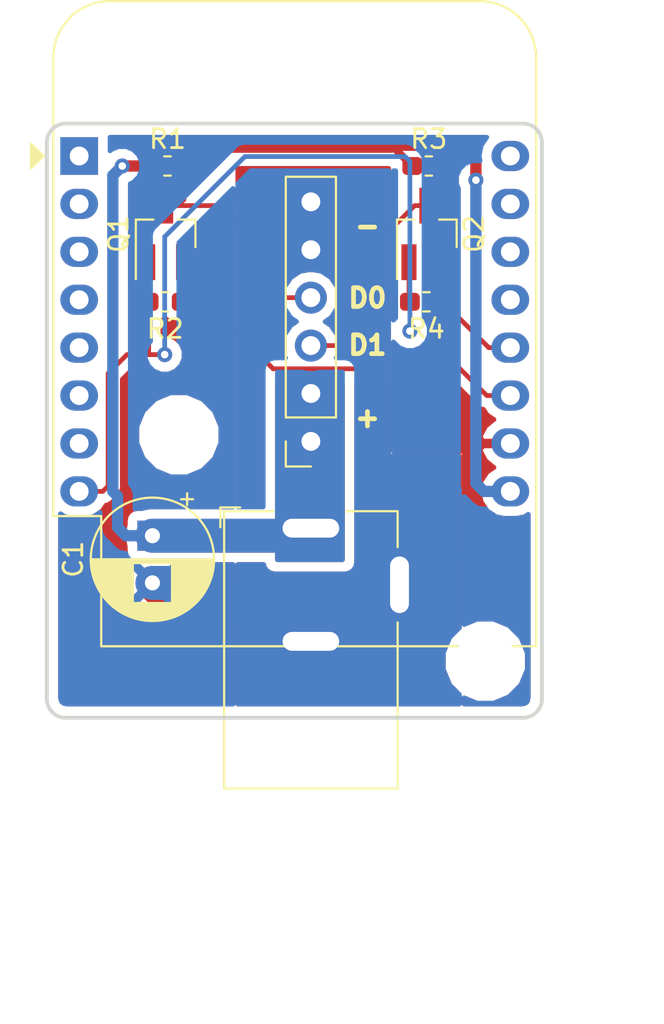
<source format=kicad_pcb>
(kicad_pcb (version 20171130) (host pcbnew "(5.0.0-rc2-dev-158-g52ab6216c)")

  (general
    (thickness 1.6)
    (drawings 12)
    (tracks 83)
    (zones 0)
    (modules 12)
    (nets 8)
  )

  (page A4)
  (layers
    (0 F.Cu signal)
    (31 B.Cu signal)
    (32 B.Adhes user)
    (33 F.Adhes user)
    (34 B.Paste user)
    (35 F.Paste user)
    (36 B.SilkS user)
    (37 F.SilkS user)
    (38 B.Mask user)
    (39 F.Mask user)
    (40 Dwgs.User user)
    (41 Cmts.User user)
    (42 Eco1.User user)
    (43 Eco2.User user)
    (44 Edge.Cuts user)
    (45 Margin user)
    (46 B.CrtYd user)
    (47 F.CrtYd user)
    (48 B.Fab user)
    (49 F.Fab user)
  )

  (setup
    (last_trace_width 0.6)
    (user_trace_width 0.4)
    (user_trace_width 0.6)
    (user_trace_width 0.8)
    (user_trace_width 1)
    (user_trace_width 1.2)
    (user_trace_width 1.4)
    (user_trace_width 1.6)
    (user_trace_width 1.8)
    (trace_clearance 0.2)
    (zone_clearance 0.5)
    (zone_45_only no)
    (trace_min 0.2)
    (segment_width 0.2)
    (edge_width 0.15)
    (via_size 0.8)
    (via_drill 0.4)
    (via_min_size 0.4)
    (via_min_drill 0.3)
    (uvia_size 0.3)
    (uvia_drill 0.1)
    (uvias_allowed no)
    (uvia_min_size 0.2)
    (uvia_min_drill 0.1)
    (pcb_text_width 0.3)
    (pcb_text_size 1.5 1.5)
    (mod_edge_width 0.15)
    (mod_text_size 1 1)
    (mod_text_width 0.15)
    (pad_size 1.7 1.7)
    (pad_drill 1)
    (pad_to_mask_clearance 0.2)
    (aux_axis_origin 0 0)
    (visible_elements 7FFFFF7F)
    (pcbplotparams
      (layerselection 0x010f0_ffffffff)
      (usegerberextensions true)
      (usegerberattributes false)
      (usegerberadvancedattributes false)
      (creategerberjobfile false)
      (excludeedgelayer true)
      (linewidth 0.100000)
      (plotframeref false)
      (viasonmask false)
      (mode 1)
      (useauxorigin false)
      (hpglpennumber 1)
      (hpglpenspeed 20)
      (hpglpendiameter 15)
      (psnegative false)
      (psa4output false)
      (plotreference true)
      (plotvalue true)
      (plotinvisibletext false)
      (padsonsilk false)
      (subtractmaskfromsilk false)
      (outputformat 1)
      (mirror false)
      (drillshape 0)
      (scaleselection 1)
      (outputdirectory gerbers/))
  )

  (net 0 "")
  (net 1 +3V3)
  (net 2 +5V)
  (net 3 GND)
  (net 4 strip1_L)
  (net 5 strip0_L)
  (net 6 strip1_H)
  (net 7 strip0_H)

  (net_class Default "This is the default net class."
    (clearance 0.2)
    (trace_width 0.25)
    (via_dia 0.8)
    (via_drill 0.4)
    (uvia_dia 0.3)
    (uvia_drill 0.1)
    (add_net +3V3)
    (add_net +5V)
    (add_net GND)
    (add_net strip0_H)
    (add_net strip0_L)
    (add_net strip1_H)
    (add_net strip1_L)
  )

  (module MountingHole:MountingHole_3.2mm_M3 (layer F.Cu) (tedit 5B3D5355) (tstamp 5B3D887F)
    (at 135.5 119.25)
    (descr "Mounting Hole 3.2mm, no annular, M3")
    (tags "mounting hole 3.2mm no annular m3")
    (attr virtual)
    (fp_text reference REF** (at 0 -4.2) (layer F.SilkS) hide
      (effects (font (size 1 1) (thickness 0.15)))
    )
    (fp_text value MountingHole_3.2mm_M3 (at 0 4.2) (layer F.Fab)
      (effects (font (size 1 1) (thickness 0.15)))
    )
    (fp_text user %R (at 0.3 0) (layer F.Fab)
      (effects (font (size 1 1) (thickness 0.15)))
    )
    (fp_circle (center 0 0) (end 3.2 0) (layer Cmts.User) (width 0.15))
    (fp_circle (center 0 0) (end 3.45 0) (layer F.CrtYd) (width 0.05))
    (pad 1 np_thru_hole circle (at 0 0) (size 3.2 3.2) (drill 3.2) (layers *.Cu *.Mask))
  )

  (module Package_TO_SOT_SMD:SOT-23_Handsoldering (layer F.Cu) (tedit 5B3CDAD7) (tstamp 5B3D75A3)
    (at 148.65 108.6 90)
    (descr "SOT-23, Handsoldering")
    (tags SOT-23)
    (path /5B3CE78F)
    (attr smd)
    (fp_text reference Q2 (at 0 2.5 270) (layer F.SilkS)
      (effects (font (size 1 1) (thickness 0.15)))
    )
    (fp_text value BSS138 (at 0 2.5 90) (layer F.Fab)
      (effects (font (size 1 1) (thickness 0.15)))
    )
    (fp_text user %R (at 0 0 180) (layer F.Fab)
      (effects (font (size 0.5 0.5) (thickness 0.075)))
    )
    (fp_line (start 0.76 1.58) (end 0.76 0.65) (layer F.SilkS) (width 0.12))
    (fp_line (start 0.76 -1.58) (end 0.76 -0.65) (layer F.SilkS) (width 0.12))
    (fp_line (start -2.7 -1.75) (end 2.7 -1.75) (layer F.CrtYd) (width 0.05))
    (fp_line (start 2.7 -1.75) (end 2.7 1.75) (layer F.CrtYd) (width 0.05))
    (fp_line (start 2.7 1.75) (end -2.7 1.75) (layer F.CrtYd) (width 0.05))
    (fp_line (start -2.7 1.75) (end -2.7 -1.75) (layer F.CrtYd) (width 0.05))
    (fp_line (start 0.76 -1.58) (end -2.4 -1.58) (layer F.SilkS) (width 0.12))
    (fp_line (start -0.7 -0.95) (end -0.7 1.5) (layer F.Fab) (width 0.1))
    (fp_line (start -0.15 -1.52) (end 0.7 -1.52) (layer F.Fab) (width 0.1))
    (fp_line (start -0.7 -0.95) (end -0.15 -1.52) (layer F.Fab) (width 0.1))
    (fp_line (start 0.7 -1.52) (end 0.7 1.52) (layer F.Fab) (width 0.1))
    (fp_line (start -0.7 1.52) (end 0.7 1.52) (layer F.Fab) (width 0.1))
    (fp_line (start 0.76 1.58) (end -0.7 1.58) (layer F.SilkS) (width 0.12))
    (pad 1 smd rect (at -1.5 -0.95 90) (size 1.9 0.8) (layers F.Cu F.Paste F.Mask)
      (net 1 +3V3))
    (pad 2 smd rect (at -1.5 0.95 90) (size 1.9 0.8) (layers F.Cu F.Paste F.Mask)
      (net 4 strip1_L))
    (pad 3 smd rect (at 1.5 0 90) (size 1.9 0.8) (layers F.Cu F.Paste F.Mask)
      (net 6 strip1_H))
    (model ${KISYS3DMOD}/Package_TO_SOT_SMD.3dshapes/SOT-23.wrl
      (at (xyz 0 0 0))
      (scale (xyz 1 1 1))
      (rotate (xyz 0 0 0))
    )
  )

  (module Resistor_SMD:R_0603_1608Metric_Pad1.05x0.95mm_HandSolder (layer F.Cu) (tedit 5B3CDADB) (tstamp 5B3D756F)
    (at 148.625 112.2 180)
    (descr "Resistor SMD 0603 (1608 Metric), square (rectangular) end terminal, IPC_7351 nominal with elongated pad for handsoldering. (Body size source: http://www.tortai-tech.com/upload/download/2011102023233369053.pdf), generated with kicad-footprint-generator")
    (tags "resistor handsolder")
    (path /5B3CE997)
    (attr smd)
    (fp_text reference R4 (at 0 -1.43 180) (layer F.SilkS)
      (effects (font (size 1 1) (thickness 0.15)))
    )
    (fp_text value 10k (at 0 1.43 180) (layer F.Fab)
      (effects (font (size 1 1) (thickness 0.15)))
    )
    (fp_line (start -0.8 0.4) (end -0.8 -0.4) (layer F.Fab) (width 0.1))
    (fp_line (start -0.8 -0.4) (end 0.8 -0.4) (layer F.Fab) (width 0.1))
    (fp_line (start 0.8 -0.4) (end 0.8 0.4) (layer F.Fab) (width 0.1))
    (fp_line (start 0.8 0.4) (end -0.8 0.4) (layer F.Fab) (width 0.1))
    (fp_line (start -0.171267 -0.51) (end 0.171267 -0.51) (layer F.SilkS) (width 0.12))
    (fp_line (start -0.171267 0.51) (end 0.171267 0.51) (layer F.SilkS) (width 0.12))
    (fp_line (start -1.65 0.73) (end -1.65 -0.73) (layer F.CrtYd) (width 0.05))
    (fp_line (start -1.65 -0.73) (end 1.65 -0.73) (layer F.CrtYd) (width 0.05))
    (fp_line (start 1.65 -0.73) (end 1.65 0.73) (layer F.CrtYd) (width 0.05))
    (fp_line (start 1.65 0.73) (end -1.65 0.73) (layer F.CrtYd) (width 0.05))
    (fp_text user %R (at 0 0 180) (layer F.Fab)
      (effects (font (size 0.4 0.4) (thickness 0.06)))
    )
    (pad 1 smd roundrect (at -0.875 0 180) (size 1.05 0.95) (layers F.Cu F.Paste F.Mask)(roundrect_rratio 0.25)
      (net 4 strip1_L))
    (pad 2 smd roundrect (at 0.875 0 180) (size 1.05 0.95) (layers F.Cu F.Paste F.Mask)(roundrect_rratio 0.25)
      (net 1 +3V3))
    (model ${KISYS3DMOD}/Resistor_SMD.3dshapes/R_0603_1608Metric.wrl
      (at (xyz 0 0 0))
      (scale (xyz 1 1 1))
      (rotate (xyz 0 0 0))
    )
  )

  (module Resistor_SMD:R_0603_1608Metric_Pad1.05x0.95mm_HandSolder (layer F.Cu) (tedit 5B3CDACE) (tstamp 5B3D75DB)
    (at 148.75 105)
    (descr "Resistor SMD 0603 (1608 Metric), square (rectangular) end terminal, IPC_7351 nominal with elongated pad for handsoldering. (Body size source: http://www.tortai-tech.com/upload/download/2011102023233369053.pdf), generated with kicad-footprint-generator")
    (tags "resistor handsolder")
    (path /5B3CE6FB)
    (attr smd)
    (fp_text reference R3 (at 0 -1.43) (layer F.SilkS)
      (effects (font (size 1 1) (thickness 0.15)))
    )
    (fp_text value 10k (at 0 1.43) (layer F.Fab)
      (effects (font (size 1 1) (thickness 0.15)))
    )
    (fp_text user %R (at 0 0) (layer F.Fab)
      (effects (font (size 0.4 0.4) (thickness 0.06)))
    )
    (fp_line (start 1.65 0.73) (end -1.65 0.73) (layer F.CrtYd) (width 0.05))
    (fp_line (start 1.65 -0.73) (end 1.65 0.73) (layer F.CrtYd) (width 0.05))
    (fp_line (start -1.65 -0.73) (end 1.65 -0.73) (layer F.CrtYd) (width 0.05))
    (fp_line (start -1.65 0.73) (end -1.65 -0.73) (layer F.CrtYd) (width 0.05))
    (fp_line (start -0.171267 0.51) (end 0.171267 0.51) (layer F.SilkS) (width 0.12))
    (fp_line (start -0.171267 -0.51) (end 0.171267 -0.51) (layer F.SilkS) (width 0.12))
    (fp_line (start 0.8 0.4) (end -0.8 0.4) (layer F.Fab) (width 0.1))
    (fp_line (start 0.8 -0.4) (end 0.8 0.4) (layer F.Fab) (width 0.1))
    (fp_line (start -0.8 -0.4) (end 0.8 -0.4) (layer F.Fab) (width 0.1))
    (fp_line (start -0.8 0.4) (end -0.8 -0.4) (layer F.Fab) (width 0.1))
    (pad 2 smd roundrect (at 0.875 0) (size 1.05 0.95) (layers F.Cu F.Paste F.Mask)(roundrect_rratio 0.25)
      (net 6 strip1_H))
    (pad 1 smd roundrect (at -0.875 0) (size 1.05 0.95) (layers F.Cu F.Paste F.Mask)(roundrect_rratio 0.25)
      (net 2 +5V))
    (model ${KISYS3DMOD}/Resistor_SMD.3dshapes/R_0603_1608Metric.wrl
      (at (xyz 0 0 0))
      (scale (xyz 1 1 1))
      (rotate (xyz 0 0 0))
    )
  )

  (module Capacitor_THT:CP_Radial_D6.3mm_P2.50mm (layer F.Cu) (tedit 5AE50EF0) (tstamp 5B3D798C)
    (at 134.1 124.6 270)
    (descr "CP, Radial series, Radial, pin pitch=2.50mm, , diameter=6.3mm, Electrolytic Capacitor")
    (tags "CP Radial series Radial pin pitch 2.50mm  diameter 6.3mm Electrolytic Capacitor")
    (path /5B3D6253)
    (fp_text reference C1 (at 1.25 4.2 270) (layer F.SilkS)
      (effects (font (size 1 1) (thickness 0.15)))
    )
    (fp_text value 10uF (at 1.25 4.4 270) (layer F.Fab)
      (effects (font (size 1 1) (thickness 0.15)))
    )
    (fp_circle (center 1.25 0) (end 4.4 0) (layer F.Fab) (width 0.1))
    (fp_circle (center 1.25 0) (end 4.52 0) (layer F.SilkS) (width 0.12))
    (fp_circle (center 1.25 0) (end 4.65 0) (layer F.CrtYd) (width 0.05))
    (fp_line (start -1.443972 -1.3735) (end -0.813972 -1.3735) (layer F.Fab) (width 0.1))
    (fp_line (start -1.128972 -1.6885) (end -1.128972 -1.0585) (layer F.Fab) (width 0.1))
    (fp_line (start 1.25 -3.23) (end 1.25 3.23) (layer F.SilkS) (width 0.12))
    (fp_line (start 1.29 -3.23) (end 1.29 3.23) (layer F.SilkS) (width 0.12))
    (fp_line (start 1.33 -3.23) (end 1.33 3.23) (layer F.SilkS) (width 0.12))
    (fp_line (start 1.37 -3.228) (end 1.37 3.228) (layer F.SilkS) (width 0.12))
    (fp_line (start 1.41 -3.227) (end 1.41 3.227) (layer F.SilkS) (width 0.12))
    (fp_line (start 1.45 -3.224) (end 1.45 3.224) (layer F.SilkS) (width 0.12))
    (fp_line (start 1.49 -3.222) (end 1.49 -1.04) (layer F.SilkS) (width 0.12))
    (fp_line (start 1.49 1.04) (end 1.49 3.222) (layer F.SilkS) (width 0.12))
    (fp_line (start 1.53 -3.218) (end 1.53 -1.04) (layer F.SilkS) (width 0.12))
    (fp_line (start 1.53 1.04) (end 1.53 3.218) (layer F.SilkS) (width 0.12))
    (fp_line (start 1.57 -3.215) (end 1.57 -1.04) (layer F.SilkS) (width 0.12))
    (fp_line (start 1.57 1.04) (end 1.57 3.215) (layer F.SilkS) (width 0.12))
    (fp_line (start 1.61 -3.211) (end 1.61 -1.04) (layer F.SilkS) (width 0.12))
    (fp_line (start 1.61 1.04) (end 1.61 3.211) (layer F.SilkS) (width 0.12))
    (fp_line (start 1.65 -3.206) (end 1.65 -1.04) (layer F.SilkS) (width 0.12))
    (fp_line (start 1.65 1.04) (end 1.65 3.206) (layer F.SilkS) (width 0.12))
    (fp_line (start 1.69 -3.201) (end 1.69 -1.04) (layer F.SilkS) (width 0.12))
    (fp_line (start 1.69 1.04) (end 1.69 3.201) (layer F.SilkS) (width 0.12))
    (fp_line (start 1.73 -3.195) (end 1.73 -1.04) (layer F.SilkS) (width 0.12))
    (fp_line (start 1.73 1.04) (end 1.73 3.195) (layer F.SilkS) (width 0.12))
    (fp_line (start 1.77 -3.189) (end 1.77 -1.04) (layer F.SilkS) (width 0.12))
    (fp_line (start 1.77 1.04) (end 1.77 3.189) (layer F.SilkS) (width 0.12))
    (fp_line (start 1.81 -3.182) (end 1.81 -1.04) (layer F.SilkS) (width 0.12))
    (fp_line (start 1.81 1.04) (end 1.81 3.182) (layer F.SilkS) (width 0.12))
    (fp_line (start 1.85 -3.175) (end 1.85 -1.04) (layer F.SilkS) (width 0.12))
    (fp_line (start 1.85 1.04) (end 1.85 3.175) (layer F.SilkS) (width 0.12))
    (fp_line (start 1.89 -3.167) (end 1.89 -1.04) (layer F.SilkS) (width 0.12))
    (fp_line (start 1.89 1.04) (end 1.89 3.167) (layer F.SilkS) (width 0.12))
    (fp_line (start 1.93 -3.159) (end 1.93 -1.04) (layer F.SilkS) (width 0.12))
    (fp_line (start 1.93 1.04) (end 1.93 3.159) (layer F.SilkS) (width 0.12))
    (fp_line (start 1.971 -3.15) (end 1.971 -1.04) (layer F.SilkS) (width 0.12))
    (fp_line (start 1.971 1.04) (end 1.971 3.15) (layer F.SilkS) (width 0.12))
    (fp_line (start 2.011 -3.141) (end 2.011 -1.04) (layer F.SilkS) (width 0.12))
    (fp_line (start 2.011 1.04) (end 2.011 3.141) (layer F.SilkS) (width 0.12))
    (fp_line (start 2.051 -3.131) (end 2.051 -1.04) (layer F.SilkS) (width 0.12))
    (fp_line (start 2.051 1.04) (end 2.051 3.131) (layer F.SilkS) (width 0.12))
    (fp_line (start 2.091 -3.121) (end 2.091 -1.04) (layer F.SilkS) (width 0.12))
    (fp_line (start 2.091 1.04) (end 2.091 3.121) (layer F.SilkS) (width 0.12))
    (fp_line (start 2.131 -3.11) (end 2.131 -1.04) (layer F.SilkS) (width 0.12))
    (fp_line (start 2.131 1.04) (end 2.131 3.11) (layer F.SilkS) (width 0.12))
    (fp_line (start 2.171 -3.098) (end 2.171 -1.04) (layer F.SilkS) (width 0.12))
    (fp_line (start 2.171 1.04) (end 2.171 3.098) (layer F.SilkS) (width 0.12))
    (fp_line (start 2.211 -3.086) (end 2.211 -1.04) (layer F.SilkS) (width 0.12))
    (fp_line (start 2.211 1.04) (end 2.211 3.086) (layer F.SilkS) (width 0.12))
    (fp_line (start 2.251 -3.074) (end 2.251 -1.04) (layer F.SilkS) (width 0.12))
    (fp_line (start 2.251 1.04) (end 2.251 3.074) (layer F.SilkS) (width 0.12))
    (fp_line (start 2.291 -3.061) (end 2.291 -1.04) (layer F.SilkS) (width 0.12))
    (fp_line (start 2.291 1.04) (end 2.291 3.061) (layer F.SilkS) (width 0.12))
    (fp_line (start 2.331 -3.047) (end 2.331 -1.04) (layer F.SilkS) (width 0.12))
    (fp_line (start 2.331 1.04) (end 2.331 3.047) (layer F.SilkS) (width 0.12))
    (fp_line (start 2.371 -3.033) (end 2.371 -1.04) (layer F.SilkS) (width 0.12))
    (fp_line (start 2.371 1.04) (end 2.371 3.033) (layer F.SilkS) (width 0.12))
    (fp_line (start 2.411 -3.018) (end 2.411 -1.04) (layer F.SilkS) (width 0.12))
    (fp_line (start 2.411 1.04) (end 2.411 3.018) (layer F.SilkS) (width 0.12))
    (fp_line (start 2.451 -3.002) (end 2.451 -1.04) (layer F.SilkS) (width 0.12))
    (fp_line (start 2.451 1.04) (end 2.451 3.002) (layer F.SilkS) (width 0.12))
    (fp_line (start 2.491 -2.986) (end 2.491 -1.04) (layer F.SilkS) (width 0.12))
    (fp_line (start 2.491 1.04) (end 2.491 2.986) (layer F.SilkS) (width 0.12))
    (fp_line (start 2.531 -2.97) (end 2.531 -1.04) (layer F.SilkS) (width 0.12))
    (fp_line (start 2.531 1.04) (end 2.531 2.97) (layer F.SilkS) (width 0.12))
    (fp_line (start 2.571 -2.952) (end 2.571 -1.04) (layer F.SilkS) (width 0.12))
    (fp_line (start 2.571 1.04) (end 2.571 2.952) (layer F.SilkS) (width 0.12))
    (fp_line (start 2.611 -2.934) (end 2.611 -1.04) (layer F.SilkS) (width 0.12))
    (fp_line (start 2.611 1.04) (end 2.611 2.934) (layer F.SilkS) (width 0.12))
    (fp_line (start 2.651 -2.916) (end 2.651 -1.04) (layer F.SilkS) (width 0.12))
    (fp_line (start 2.651 1.04) (end 2.651 2.916) (layer F.SilkS) (width 0.12))
    (fp_line (start 2.691 -2.896) (end 2.691 -1.04) (layer F.SilkS) (width 0.12))
    (fp_line (start 2.691 1.04) (end 2.691 2.896) (layer F.SilkS) (width 0.12))
    (fp_line (start 2.731 -2.876) (end 2.731 -1.04) (layer F.SilkS) (width 0.12))
    (fp_line (start 2.731 1.04) (end 2.731 2.876) (layer F.SilkS) (width 0.12))
    (fp_line (start 2.771 -2.856) (end 2.771 -1.04) (layer F.SilkS) (width 0.12))
    (fp_line (start 2.771 1.04) (end 2.771 2.856) (layer F.SilkS) (width 0.12))
    (fp_line (start 2.811 -2.834) (end 2.811 -1.04) (layer F.SilkS) (width 0.12))
    (fp_line (start 2.811 1.04) (end 2.811 2.834) (layer F.SilkS) (width 0.12))
    (fp_line (start 2.851 -2.812) (end 2.851 -1.04) (layer F.SilkS) (width 0.12))
    (fp_line (start 2.851 1.04) (end 2.851 2.812) (layer F.SilkS) (width 0.12))
    (fp_line (start 2.891 -2.79) (end 2.891 -1.04) (layer F.SilkS) (width 0.12))
    (fp_line (start 2.891 1.04) (end 2.891 2.79) (layer F.SilkS) (width 0.12))
    (fp_line (start 2.931 -2.766) (end 2.931 -1.04) (layer F.SilkS) (width 0.12))
    (fp_line (start 2.931 1.04) (end 2.931 2.766) (layer F.SilkS) (width 0.12))
    (fp_line (start 2.971 -2.742) (end 2.971 -1.04) (layer F.SilkS) (width 0.12))
    (fp_line (start 2.971 1.04) (end 2.971 2.742) (layer F.SilkS) (width 0.12))
    (fp_line (start 3.011 -2.716) (end 3.011 -1.04) (layer F.SilkS) (width 0.12))
    (fp_line (start 3.011 1.04) (end 3.011 2.716) (layer F.SilkS) (width 0.12))
    (fp_line (start 3.051 -2.69) (end 3.051 -1.04) (layer F.SilkS) (width 0.12))
    (fp_line (start 3.051 1.04) (end 3.051 2.69) (layer F.SilkS) (width 0.12))
    (fp_line (start 3.091 -2.664) (end 3.091 -1.04) (layer F.SilkS) (width 0.12))
    (fp_line (start 3.091 1.04) (end 3.091 2.664) (layer F.SilkS) (width 0.12))
    (fp_line (start 3.131 -2.636) (end 3.131 -1.04) (layer F.SilkS) (width 0.12))
    (fp_line (start 3.131 1.04) (end 3.131 2.636) (layer F.SilkS) (width 0.12))
    (fp_line (start 3.171 -2.607) (end 3.171 -1.04) (layer F.SilkS) (width 0.12))
    (fp_line (start 3.171 1.04) (end 3.171 2.607) (layer F.SilkS) (width 0.12))
    (fp_line (start 3.211 -2.578) (end 3.211 -1.04) (layer F.SilkS) (width 0.12))
    (fp_line (start 3.211 1.04) (end 3.211 2.578) (layer F.SilkS) (width 0.12))
    (fp_line (start 3.251 -2.548) (end 3.251 -1.04) (layer F.SilkS) (width 0.12))
    (fp_line (start 3.251 1.04) (end 3.251 2.548) (layer F.SilkS) (width 0.12))
    (fp_line (start 3.291 -2.516) (end 3.291 -1.04) (layer F.SilkS) (width 0.12))
    (fp_line (start 3.291 1.04) (end 3.291 2.516) (layer F.SilkS) (width 0.12))
    (fp_line (start 3.331 -2.484) (end 3.331 -1.04) (layer F.SilkS) (width 0.12))
    (fp_line (start 3.331 1.04) (end 3.331 2.484) (layer F.SilkS) (width 0.12))
    (fp_line (start 3.371 -2.45) (end 3.371 -1.04) (layer F.SilkS) (width 0.12))
    (fp_line (start 3.371 1.04) (end 3.371 2.45) (layer F.SilkS) (width 0.12))
    (fp_line (start 3.411 -2.416) (end 3.411 -1.04) (layer F.SilkS) (width 0.12))
    (fp_line (start 3.411 1.04) (end 3.411 2.416) (layer F.SilkS) (width 0.12))
    (fp_line (start 3.451 -2.38) (end 3.451 -1.04) (layer F.SilkS) (width 0.12))
    (fp_line (start 3.451 1.04) (end 3.451 2.38) (layer F.SilkS) (width 0.12))
    (fp_line (start 3.491 -2.343) (end 3.491 -1.04) (layer F.SilkS) (width 0.12))
    (fp_line (start 3.491 1.04) (end 3.491 2.343) (layer F.SilkS) (width 0.12))
    (fp_line (start 3.531 -2.305) (end 3.531 -1.04) (layer F.SilkS) (width 0.12))
    (fp_line (start 3.531 1.04) (end 3.531 2.305) (layer F.SilkS) (width 0.12))
    (fp_line (start 3.571 -2.265) (end 3.571 2.265) (layer F.SilkS) (width 0.12))
    (fp_line (start 3.611 -2.224) (end 3.611 2.224) (layer F.SilkS) (width 0.12))
    (fp_line (start 3.651 -2.182) (end 3.651 2.182) (layer F.SilkS) (width 0.12))
    (fp_line (start 3.691 -2.137) (end 3.691 2.137) (layer F.SilkS) (width 0.12))
    (fp_line (start 3.731 -2.092) (end 3.731 2.092) (layer F.SilkS) (width 0.12))
    (fp_line (start 3.771 -2.044) (end 3.771 2.044) (layer F.SilkS) (width 0.12))
    (fp_line (start 3.811 -1.995) (end 3.811 1.995) (layer F.SilkS) (width 0.12))
    (fp_line (start 3.851 -1.944) (end 3.851 1.944) (layer F.SilkS) (width 0.12))
    (fp_line (start 3.891 -1.89) (end 3.891 1.89) (layer F.SilkS) (width 0.12))
    (fp_line (start 3.931 -1.834) (end 3.931 1.834) (layer F.SilkS) (width 0.12))
    (fp_line (start 3.971 -1.776) (end 3.971 1.776) (layer F.SilkS) (width 0.12))
    (fp_line (start 4.011 -1.714) (end 4.011 1.714) (layer F.SilkS) (width 0.12))
    (fp_line (start 4.051 -1.65) (end 4.051 1.65) (layer F.SilkS) (width 0.12))
    (fp_line (start 4.091 -1.581) (end 4.091 1.581) (layer F.SilkS) (width 0.12))
    (fp_line (start 4.131 -1.509) (end 4.131 1.509) (layer F.SilkS) (width 0.12))
    (fp_line (start 4.171 -1.432) (end 4.171 1.432) (layer F.SilkS) (width 0.12))
    (fp_line (start 4.211 -1.35) (end 4.211 1.35) (layer F.SilkS) (width 0.12))
    (fp_line (start 4.251 -1.262) (end 4.251 1.262) (layer F.SilkS) (width 0.12))
    (fp_line (start 4.291 -1.165) (end 4.291 1.165) (layer F.SilkS) (width 0.12))
    (fp_line (start 4.331 -1.059) (end 4.331 1.059) (layer F.SilkS) (width 0.12))
    (fp_line (start 4.371 -0.94) (end 4.371 0.94) (layer F.SilkS) (width 0.12))
    (fp_line (start 4.411 -0.802) (end 4.411 0.802) (layer F.SilkS) (width 0.12))
    (fp_line (start 4.451 -0.633) (end 4.451 0.633) (layer F.SilkS) (width 0.12))
    (fp_line (start 4.491 -0.402) (end 4.491 0.402) (layer F.SilkS) (width 0.12))
    (fp_line (start -2.250241 -1.839) (end -1.620241 -1.839) (layer F.SilkS) (width 0.12))
    (fp_line (start -1.935241 -2.154) (end -1.935241 -1.524) (layer F.SilkS) (width 0.12))
    (fp_text user %R (at 1.25 0 270) (layer F.Fab)
      (effects (font (size 1 1) (thickness 0.15)))
    )
    (pad 1 thru_hole rect (at 0 0 270) (size 1.6 1.6) (drill 0.8) (layers *.Cu *.Mask)
      (net 2 +5V))
    (pad 2 thru_hole circle (at 2.5 0 270) (size 1.6 1.6) (drill 0.8) (layers *.Cu *.Mask)
      (net 3 GND))
    (model ${KISYS3DMOD}/Capacitor_THT.3dshapes/CP_Radial_D6.3mm_P2.50mm.wrl
      (at (xyz 0 0 0))
      (scale (xyz 1 1 1))
      (rotate (xyz 0 0 0))
    )
  )

  (module Connector_BarrelJack:BarrelJack_Horizontal (layer F.Cu) (tedit 5B3CE0D2) (tstamp 5B3D7B1F)
    (at 142.5 124.2 90)
    (descr "DC Barrel Jack")
    (tags "Power Jack")
    (path /5B3D0043)
    (fp_text reference J1 (at -8.45 5.75 90) (layer F.SilkS) hide
      (effects (font (size 1 1) (thickness 0.15)))
    )
    (fp_text value "Barrel Jack" (at -6.2 -5.5 90) (layer F.Fab)
      (effects (font (size 1 1) (thickness 0.15)))
    )
    (fp_text user %R (at -3 -2.95 90) (layer F.Fab)
      (effects (font (size 1 1) (thickness 0.15)))
    )
    (fp_line (start -0.003213 -4.505425) (end 0.8 -3.75) (layer F.Fab) (width 0.1))
    (fp_line (start 1.1 -3.75) (end 1.1 -4.8) (layer F.SilkS) (width 0.12))
    (fp_line (start 0.05 -4.8) (end 1.1 -4.8) (layer F.SilkS) (width 0.12))
    (fp_line (start 1 -4.5) (end 1 -4.75) (layer F.CrtYd) (width 0.05))
    (fp_line (start 1 -4.75) (end -14 -4.75) (layer F.CrtYd) (width 0.05))
    (fp_line (start 1 -4.5) (end 1 -2) (layer F.CrtYd) (width 0.05))
    (fp_line (start 1 -2) (end 2 -2) (layer F.CrtYd) (width 0.05))
    (fp_line (start 2 -2) (end 2 2) (layer F.CrtYd) (width 0.05))
    (fp_line (start 2 2) (end 1 2) (layer F.CrtYd) (width 0.05))
    (fp_line (start 1 2) (end 1 4.75) (layer F.CrtYd) (width 0.05))
    (fp_line (start 1 4.75) (end -1 4.75) (layer F.CrtYd) (width 0.05))
    (fp_line (start -1 4.75) (end -1 6.75) (layer F.CrtYd) (width 0.05))
    (fp_line (start -1 6.75) (end -5 6.75) (layer F.CrtYd) (width 0.05))
    (fp_line (start -5 6.75) (end -5 4.75) (layer F.CrtYd) (width 0.05))
    (fp_line (start -5 4.75) (end -14 4.75) (layer F.CrtYd) (width 0.05))
    (fp_line (start -14 4.75) (end -14 -4.75) (layer F.CrtYd) (width 0.05))
    (fp_line (start -5 4.6) (end -13.8 4.6) (layer F.SilkS) (width 0.12))
    (fp_line (start -13.8 4.6) (end -13.8 -4.6) (layer F.SilkS) (width 0.12))
    (fp_line (start 0.9 1.9) (end 0.9 4.6) (layer F.SilkS) (width 0.12))
    (fp_line (start 0.9 4.6) (end -1 4.6) (layer F.SilkS) (width 0.12))
    (fp_line (start -13.8 -4.6) (end 0.9 -4.6) (layer F.SilkS) (width 0.12))
    (fp_line (start 0.9 -4.6) (end 0.9 -2) (layer F.SilkS) (width 0.12))
    (fp_line (start -10.2 -4.5) (end -10.2 4.5) (layer F.Fab) (width 0.1))
    (fp_line (start -13.7 -4.5) (end -13.7 4.5) (layer F.Fab) (width 0.1))
    (fp_line (start -13.7 4.5) (end 0.8 4.5) (layer F.Fab) (width 0.1))
    (fp_line (start 0.8 4.5) (end 0.8 -3.75) (layer F.Fab) (width 0.1))
    (fp_line (start 0 -4.5) (end -13.7 -4.5) (layer F.Fab) (width 0.1))
    (pad 1 thru_hole rect (at 0 0 90) (size 3.5 3.5) (drill oval 1 3) (layers *.Cu *.Mask)
      (net 2 +5V))
    (pad 2 thru_hole roundrect (at -6 0 90) (size 3 3.5) (drill oval 1 3) (layers *.Cu *.Mask)(roundrect_rratio 0.25)
      (net 3 GND))
    (pad 3 thru_hole roundrect (at -3 4.7 90) (size 3.5 3.5) (drill oval 3 1) (layers *.Cu *.Mask)(roundrect_rratio 0.25)
      (net 3 GND))
    (model ${KISYS3DMOD}/Connector_BarrelJack.3dshapes/BarrelJack_Horizontal.wrl
      (at (xyz 0 0 0))
      (scale (xyz 1 1 1))
      (rotate (xyz 0 0 0))
    )
  )

  (module Connector_PinSocket_2.54mm:PinSocket_1x06_P2.54mm_Vertical (layer F.Cu) (tedit 5B3CE0CF) (tstamp 5B3D7ACB)
    (at 142.5 119.6 180)
    (descr "Through hole straight socket strip, 1x06, 2.54mm pitch, single row (from Kicad 4.0.7), script generated")
    (tags "Through hole socket strip THT 1x06 2.54mm single row")
    (path /5B3D2004)
    (fp_text reference J2 (at -4 -1.4 180) (layer F.SilkS) hide
      (effects (font (size 1 1) (thickness 0.15)))
    )
    (fp_text value Strips (at 0 15.47 180) (layer F.Fab)
      (effects (font (size 1 1) (thickness 0.15)))
    )
    (fp_line (start -1.27 -1.27) (end 0.635 -1.27) (layer F.Fab) (width 0.1))
    (fp_line (start 0.635 -1.27) (end 1.27 -0.635) (layer F.Fab) (width 0.1))
    (fp_line (start 1.27 -0.635) (end 1.27 13.97) (layer F.Fab) (width 0.1))
    (fp_line (start 1.27 13.97) (end -1.27 13.97) (layer F.Fab) (width 0.1))
    (fp_line (start -1.27 13.97) (end -1.27 -1.27) (layer F.Fab) (width 0.1))
    (fp_line (start -1.33 1.27) (end 1.33 1.27) (layer F.SilkS) (width 0.12))
    (fp_line (start -1.33 1.27) (end -1.33 14.03) (layer F.SilkS) (width 0.12))
    (fp_line (start -1.33 14.03) (end 1.33 14.03) (layer F.SilkS) (width 0.12))
    (fp_line (start 1.33 1.27) (end 1.33 14.03) (layer F.SilkS) (width 0.12))
    (fp_line (start 1.33 -1.33) (end 1.33 0) (layer F.SilkS) (width 0.12))
    (fp_line (start 0 -1.33) (end 1.33 -1.33) (layer F.SilkS) (width 0.12))
    (fp_line (start -1.8 -1.8) (end 1.75 -1.8) (layer F.CrtYd) (width 0.05))
    (fp_line (start 1.75 -1.8) (end 1.75 14.45) (layer F.CrtYd) (width 0.05))
    (fp_line (start 1.75 14.45) (end -1.8 14.45) (layer F.CrtYd) (width 0.05))
    (fp_line (start -1.8 14.45) (end -1.8 -1.8) (layer F.CrtYd) (width 0.05))
    (fp_text user %R (at 0 6.35 270) (layer F.Fab)
      (effects (font (size 1 1) (thickness 0.15)))
    )
    (pad 1 thru_hole rect (at 0 0 180) (size 1.7 1.7) (drill 1) (layers *.Cu *.Mask)
      (net 2 +5V))
    (pad 2 thru_hole oval (at 0 2.54 180) (size 1.7 1.7) (drill 1) (layers *.Cu *.Mask)
      (net 2 +5V))
    (pad 3 thru_hole oval (at 0 5.08 180) (size 1.7 1.7) (drill 1) (layers *.Cu *.Mask)
      (net 6 strip1_H))
    (pad 4 thru_hole oval (at 0 7.62 180) (size 1.7 1.7) (drill 1) (layers *.Cu *.Mask)
      (net 7 strip0_H))
    (pad 5 thru_hole oval (at 0 10.16 180) (size 1.7 1.7) (drill 1) (layers *.Cu *.Mask)
      (net 3 GND))
    (pad 6 thru_hole oval (at 0 12.7 180) (size 1.7 1.7) (drill 1) (layers *.Cu *.Mask)
      (net 3 GND))
  )

  (module Package_TO_SOT_SMD:SOT-23_Handsoldering (layer F.Cu) (tedit 5A0AB76C) (tstamp 5B5347AE)
    (at 134.8 108.6 90)
    (descr "SOT-23, Handsoldering")
    (tags SOT-23)
    (path /5B3CF83F)
    (attr smd)
    (fp_text reference Q1 (at 0 -2.5 90) (layer F.SilkS)
      (effects (font (size 1 1) (thickness 0.15)))
    )
    (fp_text value BSS138 (at 0 2.5 90) (layer F.Fab)
      (effects (font (size 1 1) (thickness 0.15)))
    )
    (fp_line (start 0.76 1.58) (end -0.7 1.58) (layer F.SilkS) (width 0.12))
    (fp_line (start -0.7 1.52) (end 0.7 1.52) (layer F.Fab) (width 0.1))
    (fp_line (start 0.7 -1.52) (end 0.7 1.52) (layer F.Fab) (width 0.1))
    (fp_line (start -0.7 -0.95) (end -0.15 -1.52) (layer F.Fab) (width 0.1))
    (fp_line (start -0.15 -1.52) (end 0.7 -1.52) (layer F.Fab) (width 0.1))
    (fp_line (start -0.7 -0.95) (end -0.7 1.5) (layer F.Fab) (width 0.1))
    (fp_line (start 0.76 -1.58) (end -2.4 -1.58) (layer F.SilkS) (width 0.12))
    (fp_line (start -2.7 1.75) (end -2.7 -1.75) (layer F.CrtYd) (width 0.05))
    (fp_line (start 2.7 1.75) (end -2.7 1.75) (layer F.CrtYd) (width 0.05))
    (fp_line (start 2.7 -1.75) (end 2.7 1.75) (layer F.CrtYd) (width 0.05))
    (fp_line (start -2.7 -1.75) (end 2.7 -1.75) (layer F.CrtYd) (width 0.05))
    (fp_line (start 0.76 -1.58) (end 0.76 -0.65) (layer F.SilkS) (width 0.12))
    (fp_line (start 0.76 1.58) (end 0.76 0.65) (layer F.SilkS) (width 0.12))
    (fp_text user %R (at 0 0 180) (layer F.Fab)
      (effects (font (size 0.5 0.5) (thickness 0.075)))
    )
    (pad 3 smd rect (at 1.5 0 90) (size 1.9 0.8) (layers F.Cu F.Paste F.Mask)
      (net 7 strip0_H))
    (pad 2 smd rect (at -1.5 0.95 90) (size 1.9 0.8) (layers F.Cu F.Paste F.Mask)
      (net 5 strip0_L))
    (pad 1 smd rect (at -1.5 -0.95 90) (size 1.9 0.8) (layers F.Cu F.Paste F.Mask)
      (net 1 +3V3))
    (model ${KISYS3DMOD}/Package_TO_SOT_SMD.3dshapes/SOT-23.wrl
      (at (xyz 0 0 0))
      (scale (xyz 1 1 1))
      (rotate (xyz 0 0 0))
    )
  )

  (module Resistor_SMD:R_0603_1608Metric_Pad1.05x0.95mm_HandSolder (layer F.Cu) (tedit 5B301BBD) (tstamp 5B5347D4)
    (at 134.9 105)
    (descr "Resistor SMD 0603 (1608 Metric), square (rectangular) end terminal, IPC_7351 nominal with elongated pad for handsoldering. (Body size source: http://www.tortai-tech.com/upload/download/2011102023233369053.pdf), generated with kicad-footprint-generator")
    (tags "resistor handsolder")
    (path /5B3CF839)
    (attr smd)
    (fp_text reference R1 (at 0 -1.43) (layer F.SilkS)
      (effects (font (size 1 1) (thickness 0.15)))
    )
    (fp_text value 10k (at 0 1.43) (layer F.Fab)
      (effects (font (size 1 1) (thickness 0.15)))
    )
    (fp_line (start -0.8 0.4) (end -0.8 -0.4) (layer F.Fab) (width 0.1))
    (fp_line (start -0.8 -0.4) (end 0.8 -0.4) (layer F.Fab) (width 0.1))
    (fp_line (start 0.8 -0.4) (end 0.8 0.4) (layer F.Fab) (width 0.1))
    (fp_line (start 0.8 0.4) (end -0.8 0.4) (layer F.Fab) (width 0.1))
    (fp_line (start -0.171267 -0.51) (end 0.171267 -0.51) (layer F.SilkS) (width 0.12))
    (fp_line (start -0.171267 0.51) (end 0.171267 0.51) (layer F.SilkS) (width 0.12))
    (fp_line (start -1.65 0.73) (end -1.65 -0.73) (layer F.CrtYd) (width 0.05))
    (fp_line (start -1.65 -0.73) (end 1.65 -0.73) (layer F.CrtYd) (width 0.05))
    (fp_line (start 1.65 -0.73) (end 1.65 0.73) (layer F.CrtYd) (width 0.05))
    (fp_line (start 1.65 0.73) (end -1.65 0.73) (layer F.CrtYd) (width 0.05))
    (fp_text user %R (at 0 0) (layer F.Fab)
      (effects (font (size 0.4 0.4) (thickness 0.06)))
    )
    (pad 1 smd roundrect (at -0.875 0) (size 1.05 0.95) (layers F.Cu F.Paste F.Mask)(roundrect_rratio 0.25)
      (net 2 +5V))
    (pad 2 smd roundrect (at 0.875 0) (size 1.05 0.95) (layers F.Cu F.Paste F.Mask)(roundrect_rratio 0.25)
      (net 7 strip0_H))
    (model ${KISYS3DMOD}/Resistor_SMD.3dshapes/R_0603_1608Metric.wrl
      (at (xyz 0 0 0))
      (scale (xyz 1 1 1))
      (rotate (xyz 0 0 0))
    )
  )

  (module Resistor_SMD:R_0603_1608Metric_Pad1.05x0.95mm_HandSolder (layer F.Cu) (tedit 5B301BBD) (tstamp 5B534C96)
    (at 134.775 112.2 180)
    (descr "Resistor SMD 0603 (1608 Metric), square (rectangular) end terminal, IPC_7351 nominal with elongated pad for handsoldering. (Body size source: http://www.tortai-tech.com/upload/download/2011102023233369053.pdf), generated with kicad-footprint-generator")
    (tags "resistor handsolder")
    (path /5B3CF84B)
    (attr smd)
    (fp_text reference R2 (at 0 -1.43 180) (layer F.SilkS)
      (effects (font (size 1 1) (thickness 0.15)))
    )
    (fp_text value 10k (at 0 1.43 180) (layer F.Fab)
      (effects (font (size 1 1) (thickness 0.15)))
    )
    (fp_text user %R (at 0 0 180) (layer F.Fab)
      (effects (font (size 0.4 0.4) (thickness 0.06)))
    )
    (fp_line (start 1.65 0.73) (end -1.65 0.73) (layer F.CrtYd) (width 0.05))
    (fp_line (start 1.65 -0.73) (end 1.65 0.73) (layer F.CrtYd) (width 0.05))
    (fp_line (start -1.65 -0.73) (end 1.65 -0.73) (layer F.CrtYd) (width 0.05))
    (fp_line (start -1.65 0.73) (end -1.65 -0.73) (layer F.CrtYd) (width 0.05))
    (fp_line (start -0.171267 0.51) (end 0.171267 0.51) (layer F.SilkS) (width 0.12))
    (fp_line (start -0.171267 -0.51) (end 0.171267 -0.51) (layer F.SilkS) (width 0.12))
    (fp_line (start 0.8 0.4) (end -0.8 0.4) (layer F.Fab) (width 0.1))
    (fp_line (start 0.8 -0.4) (end 0.8 0.4) (layer F.Fab) (width 0.1))
    (fp_line (start -0.8 -0.4) (end 0.8 -0.4) (layer F.Fab) (width 0.1))
    (fp_line (start -0.8 0.4) (end -0.8 -0.4) (layer F.Fab) (width 0.1))
    (pad 2 smd roundrect (at 0.875 0 180) (size 1.05 0.95) (layers F.Cu F.Paste F.Mask)(roundrect_rratio 0.25)
      (net 1 +3V3))
    (pad 1 smd roundrect (at -0.875 0 180) (size 1.05 0.95) (layers F.Cu F.Paste F.Mask)(roundrect_rratio 0.25)
      (net 5 strip0_L))
    (model ${KISYS3DMOD}/Resistor_SMD.3dshapes/R_0603_1608Metric.wrl
      (at (xyz 0 0 0))
      (scale (xyz 1 1 1))
      (rotate (xyz 0 0 0))
    )
  )

  (module Module:WeMos_D1_mini (layer F.Cu) (tedit 5B3D54E5) (tstamp 5B3D74EB)
    (at 130.215001 104.470001)
    (descr "16-pin module, collum spacing 22.86 mm (900 mils) ")
    (tags "ESP8266 WiFi microcontroller")
    (path /5B3CE69A)
    (fp_text reference A1 (at 11.684999 15.729999) (layer F.SilkS) hide
      (effects (font (size 1 1) (thickness 0.15)))
    )
    (fp_text value WeMos_D1_mini (at 11.7 0) (layer F.Fab)
      (effects (font (size 1 1) (thickness 0.15)))
    )
    (fp_line (start 1.17 25.99) (end 1.17 19.09) (layer F.SilkS) (width 0.12))
    (fp_line (start 1.17 25.99) (end 24.23 25.99) (layer F.SilkS) (width 0.12))
    (fp_line (start -1.37 19.09) (end -1.37 -5.21) (layer F.SilkS) (width 0.12))
    (fp_arc (start 21.23 -5.21) (end 24.23 -5.21) (angle -90) (layer F.SilkS) (width 0.12))
    (fp_line (start 24.23 25.98) (end 24.23 -5.22) (layer F.SilkS) (width 0.12))
    (fp_arc (start 1.63 -5.21) (end -1.37 -5.21) (angle 90) (layer F.SilkS) (width 0.12))
    (fp_line (start 21.23 -8.21) (end 1.63 -8.21) (layer F.SilkS) (width 0.12))
    (fp_line (start 1.17 19.09) (end -1.37 19.09) (layer F.SilkS) (width 0.12))
    (fp_line (start -1.37 25.99) (end 24.23 25.99) (layer F.Fab) (width 0.1))
    (fp_line (start 24.23 25.99) (end 24.23 -8.21) (layer F.Fab) (width 0.1))
    (fp_line (start 24.23 -8.21) (end -1.37 -8.21) (layer F.Fab) (width 0.1))
    (fp_line (start -1.37 -8.21) (end -1.37 25.99) (layer F.Fab) (width 0.1))
    (fp_poly (pts (xy -2.54 -0.635) (xy -2.54 0.635) (xy -1.905 0)) (layer F.Fab) (width 0.15))
    (fp_text user %R (at 11.43 8.89) (layer F.Fab)
      (effects (font (size 1 1) (thickness 0.15)))
    )
    (fp_line (start -1.62 -8.21) (end 24.48 -8.21) (layer F.CrtYd) (width 0.05))
    (fp_line (start 24.48 -8.21) (end 24.48 45.99) (layer F.CrtYd) (width 0.05))
    (fp_line (start 24.48 45.99) (end -1.62 45.99) (layer F.CrtYd) (width 0.05))
    (fp_line (start -1.62 45.99) (end -1.62 -8.21) (layer F.CrtYd) (width 0.05))
    (fp_poly (pts (xy -2.54 -0.635) (xy -2.54 0.635) (xy -1.905 0)) (layer F.SilkS) (width 0.15))
    (fp_line (start -1.35 -1.4) (end 24.25 -1.4) (layer Dwgs.User) (width 0.1))
    (fp_line (start 24.25 -1.4) (end 24.25 -8.2) (layer Dwgs.User) (width 0.1))
    (fp_line (start 24.25 -8.2) (end -1.35 -8.2) (layer Dwgs.User) (width 0.1))
    (fp_line (start -1.35 -8.2) (end -1.35 -1.4) (layer Dwgs.User) (width 0.1))
    (fp_line (start -1.35 -1.4) (end 5.45 -8.2) (layer Dwgs.User) (width 0.1))
    (fp_line (start 0.65 -1.4) (end 7.45 -8.2) (layer Dwgs.User) (width 0.1))
    (fp_line (start 2.65 -1.4) (end 9.45 -8.2) (layer Dwgs.User) (width 0.1))
    (fp_line (start 4.65 -1.4) (end 11.45 -8.2) (layer Dwgs.User) (width 0.1))
    (fp_line (start 6.65 -1.4) (end 13.45 -8.2) (layer Dwgs.User) (width 0.1))
    (fp_line (start 8.65 -1.4) (end 15.45 -8.2) (layer Dwgs.User) (width 0.1))
    (fp_line (start 10.65 -1.4) (end 17.45 -8.2) (layer Dwgs.User) (width 0.1))
    (fp_line (start 12.65 -1.4) (end 19.45 -8.2) (layer Dwgs.User) (width 0.1))
    (fp_line (start 14.65 -1.4) (end 21.45 -8.2) (layer Dwgs.User) (width 0.1))
    (fp_line (start 16.65 -1.4) (end 23.45 -8.2) (layer Dwgs.User) (width 0.1))
    (fp_line (start 18.65 -1.4) (end 24.25 -7) (layer Dwgs.User) (width 0.1))
    (fp_line (start 20.65 -1.4) (end 24.25 -5) (layer Dwgs.User) (width 0.1))
    (fp_line (start 22.65 -1.4) (end 24.25 -3) (layer Dwgs.User) (width 0.1))
    (fp_line (start -1.35 -3.4) (end 3.45 -8.2) (layer Dwgs.User) (width 0.1))
    (fp_line (start -1.3 -5.45) (end 1.45 -8.2) (layer Dwgs.User) (width 0.1))
    (fp_line (start -1.35 -7.4) (end -0.55 -8.2) (layer Dwgs.User) (width 0.1))
    (pad 2 thru_hole oval (at 0 2.54) (size 2 1.6) (drill 1) (layers *.Cu *.Mask))
    (pad 1 thru_hole rect (at 0 0) (size 2 2) (drill 1) (layers *.Cu *.Mask))
    (pad 3 thru_hole oval (at 0 5.08) (size 2 1.6) (drill 1) (layers *.Cu *.Mask))
    (pad 4 thru_hole oval (at 0 7.62) (size 2 1.6) (drill 1) (layers *.Cu *.Mask))
    (pad 5 thru_hole oval (at 0 10.16) (size 2 1.6) (drill 1) (layers *.Cu *.Mask))
    (pad 6 thru_hole oval (at 0 12.7) (size 2 1.6) (drill 1) (layers *.Cu *.Mask))
    (pad 7 thru_hole oval (at 0 15.24) (size 2 1.6) (drill 1) (layers *.Cu *.Mask))
    (pad 8 thru_hole oval (at 0 17.78) (size 2 1.6) (drill 1) (layers *.Cu *.Mask)
      (net 1 +3V3))
    (pad 9 thru_hole oval (at 22.86 17.78) (size 2 1.6) (drill 1) (layers *.Cu *.Mask)
      (net 2 +5V))
    (pad 10 thru_hole oval (at 22.86 15.24) (size 2 1.6) (drill 1) (layers *.Cu *.Mask)
      (net 3 GND))
    (pad 11 thru_hole oval (at 22.86 12.7) (size 2 1.6) (drill 1) (layers *.Cu *.Mask)
      (net 5 strip0_L))
    (pad 12 thru_hole oval (at 22.86 10.16) (size 2 1.6) (drill 1) (layers *.Cu *.Mask)
      (net 4 strip1_L))
    (pad 13 thru_hole oval (at 22.86 7.62) (size 2 1.6) (drill 1) (layers *.Cu *.Mask))
    (pad 14 thru_hole oval (at 22.86 5.08) (size 2 1.6) (drill 1) (layers *.Cu *.Mask))
    (pad 15 thru_hole oval (at 22.86 2.54) (size 2 1.6) (drill 1) (layers *.Cu *.Mask))
    (pad 16 thru_hole oval (at 22.86 0) (size 2 1.6) (drill 1) (layers *.Cu *.Mask))
    (model ${KISYS3DMOD}/Module.3dshapes/WeMos_D1_mini.wrl
      (at (xyz 0 0 0))
      (scale (xyz 1 1 1))
      (rotate (xyz 0 0 0))
    )
  )

  (module MountingHole:MountingHole_3.2mm_M3 (layer F.Cu) (tedit 5B3D54D9) (tstamp 5B3D886F)
    (at 151.75 131.25)
    (descr "Mounting Hole 3.2mm, no annular, M3")
    (tags "mounting hole 3.2mm no annular m3")
    (attr virtual)
    (fp_text reference REF** (at 0 -4.2) (layer F.SilkS) hide
      (effects (font (size 1 1) (thickness 0.15)))
    )
    (fp_text value MountingHole_3.2mm_M3 (at 0 4.2) (layer F.Fab)
      (effects (font (size 1 1) (thickness 0.15)))
    )
    (fp_circle (center 0 0) (end 3.45 0) (layer F.CrtYd) (width 0.05))
    (fp_circle (center 0 0) (end 3.2 0) (layer Cmts.User) (width 0.15))
    (fp_text user %R (at 0.3 0) (layer F.Fab)
      (effects (font (size 1 1) (thickness 0.15)))
    )
    (pad 1 np_thru_hole circle (at 0 0) (size 3.2 3.2) (drill 3.2) (layers *.Cu *.Mask))
  )

  (gr_line (start 154.75 133.25) (end 154.75 103.75) (layer Edge.Cuts) (width 0.2) (tstamp 5B3D884F))
  (gr_arc (start 153.75 133.25) (end 153.75 134.25) (angle -90) (layer Edge.Cuts) (width 0.2) (tstamp 5B3D8797))
  (gr_line (start 153.75 134.25) (end 129.5 134.25) (layer Edge.Cuts) (width 0.2) (tstamp 5B3D8796))
  (gr_arc (start 129.5 133.25) (end 128.5 133.25) (angle -90) (layer Edge.Cuts) (width 0.2) (tstamp 5B3D853E))
  (gr_line (start 128.5 133.25) (end 128.5 103.75) (layer Edge.Cuts) (width 0.2) (tstamp 5B3D853D))
  (gr_arc (start 129.5 103.75) (end 129.5 102.75) (angle -90) (layer Edge.Cuts) (width 0.2) (tstamp 5B3D8488))
  (gr_arc (start 153.75 103.75) (end 154.75 103.75) (angle -90) (layer Edge.Cuts) (width 0.2) (tstamp 5B3D6EEC))
  (gr_text D1 (at 145.5 114.5) (layer F.SilkS) (tstamp 5B3D7B6A)
    (effects (font (size 1 1) (thickness 0.25)))
  )
  (gr_text D0 (at 145.5 112) (layer F.SilkS) (tstamp 5B3D7B6D)
    (effects (font (size 1 1) (thickness 0.25)))
  )
  (gr_text - (at 145.5 108.17) (layer F.SilkS) (tstamp 5B3D7B67)
    (effects (font (size 1 1) (thickness 0.25)) (justify mirror))
  )
  (gr_text + (at 145.5 118.33) (layer F.SilkS) (tstamp 5B3D7B64)
    (effects (font (size 1 1) (thickness 0.25)) (justify mirror))
  )
  (gr_line (start 129.5 102.75) (end 153.75 102.75) (layer Edge.Cuts) (width 0.2))

  (segment (start 131.75 116) (end 132.75 115) (width 0.25) (layer F.Cu) (net 1))
  (segment (start 132.75 115) (end 133.9 115) (width 0.25) (layer F.Cu) (net 1))
  (segment (start 131.75 121.965002) (end 131.75 116) (width 0.25) (layer F.Cu) (net 1))
  (segment (start 131.465001 122.250001) (end 131.75 121.965002) (width 0.25) (layer F.Cu) (net 1))
  (segment (start 133.9 115) (end 133.9 112.775) (width 0.25) (layer F.Cu) (net 1))
  (segment (start 134.75 115) (end 133.9 115) (width 0.25) (layer F.Cu) (net 1))
  (segment (start 134.75 108.75) (end 134.75 115) (width 0.25) (layer B.Cu) (net 1))
  (segment (start 139 104.5) (end 134.75 108.75) (width 0.25) (layer B.Cu) (net 1))
  (via (at 134.75 115) (size 0.8) (drill 0.4) (layers F.Cu B.Cu) (net 1))
  (segment (start 147.5 104.5) (end 139 104.5) (width 0.25) (layer B.Cu) (net 1))
  (segment (start 147.75 104.75) (end 147.5 104.5) (width 0.25) (layer B.Cu) (net 1))
  (segment (start 147.75 113.75) (end 147.75 104.75) (width 0.25) (layer B.Cu) (net 1))
  (segment (start 147.75 112.2) (end 147.75 113.75) (width 0.25) (layer F.Cu) (net 1))
  (via (at 147.75 113.75) (size 0.8) (drill 0.4) (layers F.Cu B.Cu) (net 1))
  (segment (start 147.7 110.1) (end 147.7 112.15) (width 0.25) (layer F.Cu) (net 1))
  (segment (start 147.7 112.15) (end 147.75 112.2) (width 0.25) (layer F.Cu) (net 1))
  (segment (start 133.85 110.1) (end 133.85 112.15) (width 0.25) (layer F.Cu) (net 1))
  (segment (start 133.85 112.15) (end 133.9 112.2) (width 0.25) (layer F.Cu) (net 1))
  (segment (start 130.215001 122.250001) (end 131.465001 122.250001) (width 0.25) (layer F.Cu) (net 1))
  (segment (start 133.9 112.775) (end 133.9 112.2) (width 0.25) (layer F.Cu) (net 1))
  (segment (start 132 105.5) (end 132 122.25) (width 0.6) (layer B.Cu) (net 2))
  (segment (start 132.5 105) (end 132 105.5) (width 0.6) (layer B.Cu) (net 2))
  (segment (start 132 122.25) (end 132.25 122.5) (width 0.6) (layer B.Cu) (net 2))
  (segment (start 132.25 122.5) (end 132.25 124.15) (width 0.6) (layer B.Cu) (net 2))
  (segment (start 132.25 124.15) (end 132.7 124.6) (width 0.6) (layer B.Cu) (net 2))
  (segment (start 132.7 124.6) (end 134.1 124.6) (width 0.6) (layer B.Cu) (net 2))
  (segment (start 151.675001 122.250001) (end 153.075001 122.250001) (width 0.6) (layer B.Cu) (net 2))
  (segment (start 151.25 105.75) (end 151.25 121.825) (width 0.6) (layer B.Cu) (net 2))
  (segment (start 151.25 121.825) (end 151.675001 122.250001) (width 0.6) (layer B.Cu) (net 2))
  (segment (start 151.25 104.5) (end 151.25 105.75) (width 0.6) (layer F.Cu) (net 2))
  (segment (start 150.75 104) (end 151.25 104.5) (width 0.6) (layer F.Cu) (net 2))
  (segment (start 134.45 104) (end 137 104) (width 0.25) (layer F.Cu) (net 2))
  (segment (start 137 104) (end 146.75 104) (width 0.6) (layer F.Cu) (net 2))
  (segment (start 134.025 105) (end 134.025 104.425) (width 0.6) (layer F.Cu) (net 2))
  (segment (start 134.025 104.425) (end 134.45 104) (width 0.6) (layer F.Cu) (net 2))
  (segment (start 132.5 105) (end 134.025 105) (width 0.6) (layer F.Cu) (net 2))
  (segment (start 146.75 104) (end 150.75 104) (width 0.4) (layer F.Cu) (net 2))
  (segment (start 134.45 104) (end 146.875 104) (width 0.4) (layer F.Cu) (net 2))
  (segment (start 146.875 104) (end 147.875 105) (width 0.4) (layer F.Cu) (net 2))
  (via (at 132.5 105) (size 0.8) (drill 0.4) (layers F.Cu B.Cu) (net 2))
  (via (at 151.25 105.75) (size 0.8) (drill 0.4) (layers F.Cu B.Cu) (net 2))
  (segment (start 146.75 104) (end 146.875 104) (width 0.25) (layer F.Cu) (net 2))
  (segment (start 137.4 124.6) (end 134.1 124.6) (width 1.8) (layer B.Cu) (net 2))
  (segment (start 137.4 124.6) (end 141.9 124.6) (width 1.8) (layer B.Cu) (net 2) (tstamp 5B3D7B8B))
  (segment (start 134.1 124.6) (end 142.1 124.6) (width 1.8) (layer F.Cu) (net 2) (tstamp 5B3D7B79))
  (segment (start 150.5 125.75) (end 151.75 125.75) (width 0.6) (layer B.Cu) (net 3))
  (segment (start 147.2 127.2) (end 149.05 127.2) (width 0.6) (layer B.Cu) (net 3))
  (segment (start 149.05 127.2) (end 150.5 125.75) (width 0.6) (layer B.Cu) (net 3))
  (segment (start 134.1 127.1) (end 137.4 127.1) (width 1.8) (layer B.Cu) (net 3))
  (segment (start 137.4 127.1) (end 140.55 130.25) (width 1.8) (layer B.Cu) (net 3) (tstamp 5B3D7B7C))
  (segment (start 139.4 130.2) (end 137.2 130.2) (width 1.8) (layer F.Cu) (net 3) (tstamp 5B3D7B88))
  (segment (start 142.5 130.2) (end 139.4 130.2) (width 1.8) (layer F.Cu) (net 3) (tstamp 5B3D7B85))
  (segment (start 142.5 130.2) (end 144.2 130.2) (width 1.8) (layer F.Cu) (net 3) (tstamp 5B3D7B7F))
  (segment (start 144.2 130.2) (end 147.2 127.2) (width 1.8) (layer F.Cu) (net 3) (tstamp 5B3D7B82))
  (segment (start 137.2 130.2) (end 134.1 127.1) (width 1.8) (layer F.Cu) (net 3))
  (segment (start 149.5 112.2) (end 151.930001 114.630001) (width 0.25) (layer F.Cu) (net 4))
  (segment (start 151.930001 114.630001) (end 153.075001 114.630001) (width 0.25) (layer F.Cu) (net 4))
  (segment (start 149.6 110.1) (end 149.6 112.1) (width 0.25) (layer F.Cu) (net 4))
  (segment (start 149.6 112.1) (end 149.5 112.2) (width 0.25) (layer F.Cu) (net 4))
  (segment (start 140.5 115.75) (end 150.405 115.75) (width 0.25) (layer F.Cu) (net 5))
  (segment (start 150.405 115.75) (end 151.825001 117.170001) (width 0.25) (layer F.Cu) (net 5))
  (segment (start 151.825001 117.170001) (end 153.075001 117.170001) (width 0.25) (layer F.Cu) (net 5))
  (segment (start 136.95 112.2) (end 140.5 115.75) (width 0.25) (layer F.Cu) (net 5))
  (segment (start 135.65 112.2) (end 136.95 112.2) (width 0.25) (layer F.Cu) (net 5))
  (segment (start 135.65 112.2) (end 135.65 110.2) (width 0.25) (layer F.Cu) (net 5))
  (segment (start 135.65 110.2) (end 135.75 110.1) (width 0.25) (layer F.Cu) (net 5))
  (segment (start 148.65 107.1) (end 149.3 107.1) (width 0.25) (layer F.Cu) (net 6))
  (segment (start 149.3 107.1) (end 149.625 106.775) (width 0.25) (layer F.Cu) (net 6))
  (segment (start 149.625 106.775) (end 149.625 105.575) (width 0.25) (layer F.Cu) (net 6))
  (segment (start 149.625 105.575) (end 149.625 105) (width 0.25) (layer F.Cu) (net 6))
  (segment (start 145.25 113.25) (end 143.98 114.52) (width 0.25) (layer F.Cu) (net 6))
  (segment (start 143.98 114.52) (end 142.5 114.52) (width 0.25) (layer F.Cu) (net 6))
  (segment (start 145.25 109.85) (end 145.25 113.25) (width 0.25) (layer F.Cu) (net 6))
  (segment (start 148.65 107.1) (end 148 107.1) (width 0.25) (layer F.Cu) (net 6))
  (segment (start 148 107.1) (end 145.25 109.85) (width 0.25) (layer F.Cu) (net 6))
  (segment (start 135.775 105) (end 135.775 106.775) (width 0.25) (layer F.Cu) (net 7))
  (segment (start 135.775 106.775) (end 135.45 107.1) (width 0.25) (layer F.Cu) (net 7))
  (segment (start 135.45 107.1) (end 134.8 107.1) (width 0.25) (layer F.Cu) (net 7))
  (segment (start 138.75 110.75) (end 139.98 111.98) (width 0.25) (layer F.Cu) (net 7))
  (segment (start 139.98 111.98) (end 142.5 111.98) (width 0.25) (layer F.Cu) (net 7))
  (segment (start 138.75 108.23) (end 138.75 110.75) (width 0.25) (layer F.Cu) (net 7))
  (segment (start 134.8 107.1) (end 137.62 107.1) (width 0.25) (layer F.Cu) (net 7))
  (segment (start 137.62 107.1) (end 138.75 108.23) (width 0.25) (layer F.Cu) (net 7))

  (zone (net 2) (net_name +5V) (layer F.Cu) (tstamp 5B3D78F4) (hatch edge 0.508)
    (priority 2)
    (connect_pads yes (clearance 0.5))
    (min_thickness 0.254)
    (fill yes (arc_segments 16) (thermal_gap 0.508) (thermal_bridge_width 0.508))
    (polygon
      (pts
        (xy 140.6 126) (xy 140.6 115.8) (xy 144.3 115.8) (xy 144.3 126)
      )
    )
    (filled_polygon
      (pts
        (xy 144.173 125.873) (xy 140.727 125.873) (xy 140.727 116.502) (xy 144.173 116.502)
      )
    )
  )
  (zone (net 3) (net_name GND) (layer F.Cu) (tstamp 5B3D78E8) (hatch edge 0.508)
    (priority 1)
    (connect_pads yes (clearance 0.5))
    (min_thickness 0.254)
    (fill yes (arc_segments 16) (thermal_gap 0.508) (thermal_bridge_width 0.508))
    (polygon
      (pts
        (xy 138.5 105) (xy 146.75 105) (xy 146.75 120.25) (xy 150.5 120.25) (xy 150.5 134)
        (xy 138.5 134)
      )
    )
    (filled_polygon
      (pts
        (xy 146.623 120.25) (xy 146.632667 120.298601) (xy 146.660197 120.339803) (xy 146.701399 120.367333) (xy 146.75 120.377)
        (xy 150.373 120.377) (xy 150.373 129.477546) (xy 149.86204 129.988506) (xy 149.523 130.807022) (xy 149.523 131.692978)
        (xy 149.86204 132.511494) (xy 150.373 133.022454) (xy 150.373 133.523) (xy 138.627 133.523) (xy 138.627 126.127)
        (xy 139.998262 126.127) (xy 140.020728 126.239943) (xy 140.156644 126.443356) (xy 140.360057 126.579272) (xy 140.6 126.627)
        (xy 144.3 126.627) (xy 144.539943 126.579272) (xy 144.743356 126.443356) (xy 144.879272 126.239943) (xy 144.927 126)
        (xy 144.927 116.502) (xy 146.623 116.502)
      )
    )
    (filled_polygon
      (pts
        (xy 146.623 107.413512) (xy 144.770629 109.265884) (xy 144.707839 109.307839) (xy 144.541632 109.556585) (xy 144.498 109.775938)
        (xy 144.498 109.775941) (xy 144.483269 109.85) (xy 144.498 109.924059) (xy 144.498001 112.938511) (xy 143.731689 113.704823)
        (xy 143.564858 113.455142) (xy 143.25784 113.25) (xy 143.564858 113.044858) (xy 143.891303 112.556297) (xy 144.005936 111.98)
        (xy 143.891303 111.403703) (xy 143.564858 110.915142) (xy 143.076297 110.588697) (xy 142.645471 110.503) (xy 142.354529 110.503)
        (xy 141.923703 110.588697) (xy 141.435142 110.915142) (xy 141.226098 111.228) (xy 140.291488 111.228) (xy 139.502 110.438513)
        (xy 139.502 108.304058) (xy 139.516731 108.229999) (xy 139.502 108.155938) (xy 139.502 108.155937) (xy 139.458368 107.936584)
        (xy 139.334114 107.750625) (xy 139.334112 107.750623) (xy 139.292161 107.687839) (xy 139.229377 107.645888) (xy 138.627 107.043512)
        (xy 138.627 105.127) (xy 146.623 105.127)
      )
    )
  )
  (zone (net 3) (net_name GND) (layer F.Cu) (tstamp 5B3D78F1) (hatch edge 0.508)
    (connect_pads (clearance 0.5))
    (min_thickness 0.254)
    (fill yes (arc_segments 16) (thermal_gap 0.508) (thermal_bridge_width 0.508))
    (polygon
      (pts
        (xy 154.75 102.75) (xy 154.75 134.25) (xy 128.5 134.25) (xy 128.5 102.75)
      )
    )
    (filled_polygon
      (pts
        (xy 138.373 114.686488) (xy 138.373 123.073) (xy 133.949607 123.073) (xy 133.508623 123.160717) (xy 133.3 123.160717)
        (xy 133.055357 123.20938) (xy 132.847959 123.347959) (xy 132.70938 123.555357) (xy 132.660717 123.8) (xy 132.660717 124.008623)
        (xy 132.543085 124.6) (xy 132.660717 125.191377) (xy 132.660717 125.4) (xy 132.70938 125.644643) (xy 132.847959 125.852041)
        (xy 133.055357 125.99062) (xy 133.288506 126.036997) (xy 133.271861 126.092255) (xy 134.1 126.920395) (xy 134.114142 126.906252)
        (xy 134.293748 127.085858) (xy 134.279605 127.1) (xy 135.107745 127.928139) (xy 135.353864 127.854005) (xy 135.546965 127.316777)
        (xy 135.519778 126.746546) (xy 135.353864 126.345995) (xy 135.107747 126.271861) (xy 135.222622 126.156986) (xy 135.192636 126.127)
        (xy 138.373 126.127) (xy 138.373 133.523) (xy 129.571603 133.523) (xy 129.400978 133.489061) (xy 129.317031 133.432969)
        (xy 129.260939 133.349022) (xy 129.227 133.178397) (xy 129.227 128.107745) (xy 133.271861 128.107745) (xy 133.345995 128.353864)
        (xy 133.883223 128.546965) (xy 134.453454 128.519778) (xy 134.854005 128.353864) (xy 134.928139 128.107745) (xy 134.1 127.279605)
        (xy 133.271861 128.107745) (xy 129.227 128.107745) (xy 129.227 126.883223) (xy 132.653035 126.883223) (xy 132.680222 127.453454)
        (xy 132.846136 127.854005) (xy 133.092255 127.928139) (xy 133.920395 127.1) (xy 133.092255 126.271861) (xy 132.846136 126.345995)
        (xy 132.653035 126.883223) (xy 129.227 126.883223) (xy 129.227 123.439713) (xy 129.458213 123.594205) (xy 129.874457 123.677001)
        (xy 130.555545 123.677001) (xy 130.971789 123.594205) (xy 131.44381 123.27881) (xy 131.642518 122.981423) (xy 131.758417 122.958369)
        (xy 132.007162 122.792162) (xy 132.049117 122.729372) (xy 132.229373 122.549117) (xy 132.292161 122.507163) (xy 132.458368 122.258418)
        (xy 132.502 122.039065) (xy 132.502 122.03906) (xy 132.516731 121.965003) (xy 132.502 121.890945) (xy 132.502 118.807022)
        (xy 133.273 118.807022) (xy 133.273 119.692978) (xy 133.61204 120.511494) (xy 134.238506 121.13796) (xy 135.057022 121.477)
        (xy 135.942978 121.477) (xy 136.761494 121.13796) (xy 137.38796 120.511494) (xy 137.727 119.692978) (xy 137.727 118.807022)
        (xy 137.38796 117.988506) (xy 136.761494 117.36204) (xy 135.942978 117.023) (xy 135.057022 117.023) (xy 134.238506 117.36204)
        (xy 133.61204 117.988506) (xy 133.273 118.807022) (xy 132.502 118.807022) (xy 132.502 116.311487) (xy 133.061489 115.752)
        (xy 133.825937 115.752) (xy 133.9 115.766732) (xy 133.974063 115.752) (xy 134.049603 115.752) (xy 134.168251 115.870648)
        (xy 134.545717 116.027) (xy 134.954283 116.027) (xy 135.331749 115.870648) (xy 135.620648 115.581749) (xy 135.777 115.204283)
        (xy 135.777 114.795717) (xy 135.620648 114.418251) (xy 135.331749 114.129352) (xy 134.954283 113.973) (xy 134.652 113.973)
        (xy 134.652 113.161367) (xy 134.775 113.079181) (xy 135.02697 113.247542) (xy 135.3625 113.314283) (xy 135.9375 113.314283)
        (xy 136.27303 113.247542) (xy 136.557479 113.057479) (xy 136.627958 112.952) (xy 136.638513 112.952)
      )
    )
    (filled_polygon
      (pts
        (xy 151.240886 117.649374) (xy 151.28284 117.712162) (xy 151.531585 117.878369) (xy 151.647484 117.901423) (xy 151.846192 118.19881)
        (xy 152.206031 118.439247) (xy 152.185775 118.445573) (xy 151.754364 118.805577) (xy 151.493559 119.303271) (xy 151.483097 119.360962)
        (xy 151.605086 119.583001) (xy 152.948001 119.583001) (xy 152.948001 119.563001) (xy 153.202001 119.563001) (xy 153.202001 119.583001)
        (xy 153.222001 119.583001) (xy 153.222001 119.837001) (xy 153.202001 119.837001) (xy 153.202001 119.857001) (xy 152.948001 119.857001)
        (xy 152.948001 119.837001) (xy 151.605086 119.837001) (xy 151.483097 120.05904) (xy 151.493559 120.116731) (xy 151.754364 120.614425)
        (xy 152.185775 120.974429) (xy 152.206031 120.980755) (xy 151.846192 121.221192) (xy 151.530797 121.693213) (xy 151.420045 122.250001)
        (xy 151.530797 122.806789) (xy 151.846192 123.27881) (xy 152.318213 123.594205) (xy 152.734457 123.677001) (xy 153.415545 123.677001)
        (xy 153.831789 123.594205) (xy 154.023 123.466441) (xy 154.023 133.178397) (xy 153.989061 133.349022) (xy 153.932969 133.432969)
        (xy 153.849022 133.489061) (xy 153.678397 133.523) (xy 150.627 133.523) (xy 150.627 133.195326) (xy 151.307022 133.477)
        (xy 152.192978 133.477) (xy 153.011494 133.13796) (xy 153.63796 132.511494) (xy 153.977 131.692978) (xy 153.977 130.807022)
        (xy 153.63796 129.988506) (xy 153.011494 129.36204) (xy 152.192978 129.023) (xy 151.307022 129.023) (xy 150.627 129.304674)
        (xy 150.627 120.25) (xy 150.617333 120.201399) (xy 150.589803 120.160197) (xy 150.548601 120.132667) (xy 150.5 120.123)
        (xy 146.877 120.123) (xy 146.877 116.502) (xy 150.093513 116.502)
      )
    )
  )
  (zone (net 2) (net_name +5V) (layer B.Cu) (tstamp 5B3D78EB) (hatch edge 0.508)
    (priority 2)
    (connect_pads yes (clearance 0.5))
    (min_thickness 0.254)
    (fill yes (arc_segments 16) (thermal_gap 0.508) (thermal_bridge_width 0.508))
    (polygon
      (pts
        (xy 140.6 126) (xy 140.6 115.8) (xy 144.3 115.8) (xy 144.3 126)
      )
    )
    (filled_polygon
      (pts
        (xy 142.354529 115.997) (xy 142.645471 115.997) (xy 142.997383 115.927) (xy 144.173 115.927) (xy 144.173 125.873)
        (xy 140.727 125.873) (xy 140.727 115.927) (xy 142.002617 115.927)
      )
    )
  )
  (zone (net 0) (net_name "") (layers *.Cu) (tstamp 0) (hatch edge 0.508)
    (connect_pads (clearance 0.5))
    (min_thickness 0.254)
    (keepout (tracks not_allowed) (vias not_allowed) (copperpour not_allowed))
    (fill (arc_segments 16) (thermal_gap 0.508) (thermal_bridge_width 0.508))
    (polygon
      (pts
        (xy 128.75 103.25) (xy 154.5 103.25) (xy 154.5 101.5) (xy 128.75 101.5)
      )
    )
  )
  (zone (net 3) (net_name GND) (layer B.Cu) (tstamp 5B3D8278) (hatch edge 0.508)
    (priority 1)
    (connect_pads yes (clearance 0.5))
    (min_thickness 0.254)
    (fill yes (arc_segments 16) (thermal_gap 0.508) (thermal_bridge_width 0.508))
    (polygon
      (pts
        (xy 138.5 105) (xy 146.75 105) (xy 146.75 120.25) (xy 150.5 120.25) (xy 150.5 134)
        (xy 138.5 134)
      )
    )
    (filled_polygon
      (pts
        (xy 146.623 120.25) (xy 146.632667 120.298601) (xy 146.660197 120.339803) (xy 146.701399 120.367333) (xy 146.75 120.377)
        (xy 150.323001 120.377) (xy 150.323001 121.733695) (xy 150.304839 121.825) (xy 150.373 122.167664) (xy 150.373 129.477546)
        (xy 149.86204 129.988506) (xy 149.523 130.807022) (xy 149.523 131.692978) (xy 149.86204 132.511494) (xy 150.373 133.022454)
        (xy 150.373 133.523) (xy 138.627 133.523) (xy 138.627 126.127) (xy 139.998262 126.127) (xy 140.020728 126.239943)
        (xy 140.156644 126.443356) (xy 140.360057 126.579272) (xy 140.6 126.627) (xy 144.3 126.627) (xy 144.539943 126.579272)
        (xy 144.743356 126.443356) (xy 144.879272 126.239943) (xy 144.927 126) (xy 144.927 115.8) (xy 144.879272 115.560057)
        (xy 144.743356 115.356644) (xy 144.539943 115.220728) (xy 144.3 115.173) (xy 143.840052 115.173) (xy 143.891303 115.096297)
        (xy 144.005936 114.52) (xy 143.891303 113.943703) (xy 143.564858 113.455142) (xy 143.25784 113.25) (xy 143.564858 113.044858)
        (xy 143.891303 112.556297) (xy 144.005936 111.98) (xy 143.891303 111.403703) (xy 143.564858 110.915142) (xy 143.076297 110.588697)
        (xy 142.645471 110.503) (xy 142.354529 110.503) (xy 141.923703 110.588697) (xy 141.435142 110.915142) (xy 141.108697 111.403703)
        (xy 140.994064 111.98) (xy 141.108697 112.556297) (xy 141.435142 113.044858) (xy 141.74216 113.25) (xy 141.435142 113.455142)
        (xy 141.108697 113.943703) (xy 140.994064 114.52) (xy 141.108697 115.096297) (xy 141.159948 115.173) (xy 140.6 115.173)
        (xy 140.360057 115.220728) (xy 140.156644 115.356644) (xy 140.020728 115.560057) (xy 139.973 115.8) (xy 139.973 123.073)
        (xy 138.627 123.073) (xy 138.627 105.936489) (xy 139.311489 105.252) (xy 146.623 105.252)
      )
    )
  )
  (zone (net 3) (net_name GND) (layer B.Cu) (tstamp 5B3D8942) (hatch edge 0.508)
    (connect_pads (clearance 0.5))
    (min_thickness 0.254)
    (fill yes (arc_segments 16) (thermal_gap 0.508) (thermal_bridge_width 0.508))
    (polygon
      (pts
        (xy 154.75 102.75) (xy 154.75 134.25) (xy 128.5 134.25) (xy 128.5 102.75)
      )
    )
    (filled_polygon
      (pts
        (xy 131.323001 124.058695) (xy 131.304839 124.15) (xy 131.376786 124.511697) (xy 131.581671 124.81833) (xy 131.659074 124.870049)
        (xy 131.979949 125.190924) (xy 132.03167 125.26833) (xy 132.338303 125.473215) (xy 132.608698 125.527) (xy 132.608699 125.527)
        (xy 132.689163 125.543006) (xy 132.70938 125.644643) (xy 132.847959 125.852041) (xy 133.055357 125.99062) (xy 133.288506 126.036997)
        (xy 133.271861 126.092255) (xy 134.1 126.920395) (xy 134.114142 126.906252) (xy 134.293748 127.085858) (xy 134.279605 127.1)
        (xy 135.107745 127.928139) (xy 135.353864 127.854005) (xy 135.546965 127.316777) (xy 135.519778 126.746546) (xy 135.353864 126.345995)
        (xy 135.107747 126.271861) (xy 135.222622 126.156986) (xy 135.192636 126.127) (xy 138.373 126.127) (xy 138.373 133.523)
        (xy 129.571603 133.523) (xy 129.400978 133.489061) (xy 129.317031 133.432969) (xy 129.260939 133.349022) (xy 129.227 133.178397)
        (xy 129.227 128.107745) (xy 133.271861 128.107745) (xy 133.345995 128.353864) (xy 133.883223 128.546965) (xy 134.453454 128.519778)
        (xy 134.854005 128.353864) (xy 134.928139 128.107745) (xy 134.1 127.279605) (xy 133.271861 128.107745) (xy 129.227 128.107745)
        (xy 129.227 126.883223) (xy 132.653035 126.883223) (xy 132.680222 127.453454) (xy 132.846136 127.854005) (xy 133.092255 127.928139)
        (xy 133.920395 127.1) (xy 133.092255 126.271861) (xy 132.846136 126.345995) (xy 132.653035 126.883223) (xy 129.227 126.883223)
        (xy 129.227 123.439713) (xy 129.458213 123.594205) (xy 129.874457 123.677001) (xy 130.555545 123.677001) (xy 130.971789 123.594205)
        (xy 131.323001 123.359532)
      )
    )
    (filled_polygon
      (pts
        (xy 150.659074 122.545049) (xy 150.95495 122.840925) (xy 151.006671 122.918331) (xy 151.313304 123.123216) (xy 151.583699 123.177001)
        (xy 151.5837 123.177001) (xy 151.675 123.195162) (xy 151.766301 123.177001) (xy 151.778165 123.177001) (xy 151.846192 123.27881)
        (xy 152.318213 123.594205) (xy 152.734457 123.677001) (xy 153.415545 123.677001) (xy 153.831789 123.594205) (xy 154.023 123.466441)
        (xy 154.023 133.178397) (xy 153.989061 133.349022) (xy 153.932969 133.432969) (xy 153.849022 133.489061) (xy 153.678397 133.523)
        (xy 150.627 133.523) (xy 150.627 133.195326) (xy 151.307022 133.477) (xy 152.192978 133.477) (xy 153.011494 133.13796)
        (xy 153.63796 132.511494) (xy 153.977 131.692978) (xy 153.977 130.807022) (xy 153.63796 129.988506) (xy 153.011494 129.36204)
        (xy 152.192978 129.023) (xy 151.307022 129.023) (xy 150.627 129.304674) (xy 150.627 122.523618)
      )
    )
    (filled_polygon
      (pts
        (xy 151.530797 103.913213) (xy 151.420045 104.470001) (xy 151.471814 104.730262) (xy 151.454283 104.723) (xy 151.045717 104.723)
        (xy 150.668251 104.879352) (xy 150.379352 105.168251) (xy 150.223 105.545717) (xy 150.223 105.954283) (xy 150.323 106.195704)
        (xy 150.323001 120.123) (xy 146.877 120.123) (xy 146.877 114.326071) (xy 146.879352 114.331749) (xy 147.168251 114.620648)
        (xy 147.545717 114.777) (xy 147.954283 114.777) (xy 148.331749 114.620648) (xy 148.620648 114.331749) (xy 148.777 113.954283)
        (xy 148.777 113.545717) (xy 148.620648 113.168251) (xy 148.502 113.049603) (xy 148.502 104.824057) (xy 148.516731 104.749999)
        (xy 148.502 104.675942) (xy 148.502 104.675937) (xy 148.458368 104.456584) (xy 148.292161 104.207839) (xy 148.229373 104.165885)
        (xy 148.084116 104.020629) (xy 148.042161 103.957839) (xy 147.793416 103.791632) (xy 147.574063 103.748) (xy 147.574059 103.748)
        (xy 147.5 103.733269) (xy 147.425941 103.748) (xy 139.074059 103.748) (xy 139 103.733269) (xy 138.925941 103.748)
        (xy 138.925937 103.748) (xy 138.706584 103.791632) (xy 138.520626 103.915885) (xy 138.520623 103.915888) (xy 138.457839 103.957839)
        (xy 138.415887 104.020624) (xy 134.270629 108.165884) (xy 134.207839 108.207839) (xy 134.041632 108.456585) (xy 133.998 108.675938)
        (xy 133.998 108.675941) (xy 133.983269 108.75) (xy 133.998 108.824059) (xy 133.998001 114.299602) (xy 133.879352 114.418251)
        (xy 133.723 114.795717) (xy 133.723 115.204283) (xy 133.879352 115.581749) (xy 134.168251 115.870648) (xy 134.545717 116.027)
        (xy 134.954283 116.027) (xy 135.331749 115.870648) (xy 135.620648 115.581749) (xy 135.777 115.204283) (xy 135.777 114.795717)
        (xy 135.620648 114.418251) (xy 135.502 114.299603) (xy 135.502 109.061487) (xy 138.373 106.190488) (xy 138.373 123.073)
        (xy 133.949607 123.073) (xy 133.508623 123.160717) (xy 133.3 123.160717) (xy 133.177 123.185183) (xy 133.177 122.5913)
        (xy 133.195161 122.499999) (xy 133.145433 122.250001) (xy 133.123215 122.138303) (xy 132.927 121.844646) (xy 132.927 118.807022)
        (xy 133.273 118.807022) (xy 133.273 119.692978) (xy 133.61204 120.511494) (xy 134.238506 121.13796) (xy 135.057022 121.477)
        (xy 135.942978 121.477) (xy 136.761494 121.13796) (xy 137.38796 120.511494) (xy 137.727 119.692978) (xy 137.727 118.807022)
        (xy 137.38796 117.988506) (xy 136.761494 117.36204) (xy 135.942978 117.023) (xy 135.057022 117.023) (xy 134.238506 117.36204)
        (xy 133.61204 117.988506) (xy 133.273 118.807022) (xy 132.927 118.807022) (xy 132.927 105.934747) (xy 133.081749 105.870648)
        (xy 133.370648 105.581749) (xy 133.527 105.204283) (xy 133.527 104.795717) (xy 133.370648 104.418251) (xy 133.081749 104.129352)
        (xy 132.704283 103.973) (xy 132.295717 103.973) (xy 131.918251 104.129352) (xy 131.854284 104.193319) (xy 131.854284 103.477)
        (xy 151.822266 103.477)
      )
    )
    (filled_polygon
      (pts
        (xy 153.202001 119.583001) (xy 153.222001 119.583001) (xy 153.222001 119.837001) (xy 153.202001 119.837001) (xy 153.202001 119.857001)
        (xy 152.948001 119.857001) (xy 152.948001 119.837001) (xy 152.928001 119.837001) (xy 152.928001 119.583001) (xy 152.948001 119.583001)
        (xy 152.948001 119.563001) (xy 153.202001 119.563001)
      )
    )
    (filled_polygon
      (pts
        (xy 146.998 113.049603) (xy 146.879352 113.168251) (xy 146.877 113.173929) (xy 146.877 105.252) (xy 146.998001 105.252)
      )
    )
  )
)

</source>
